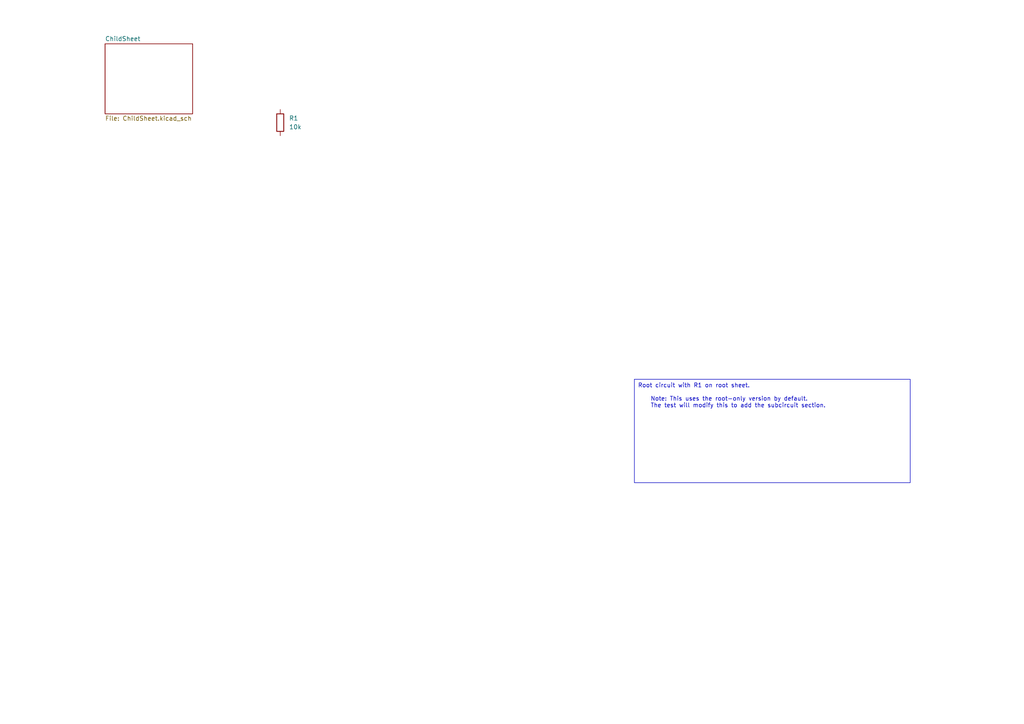
<source format=kicad_sch>
(kicad_sch (version 20250114) (generator "circuit_synth") (generator_version "0.8.36")
  (paper "A4")
  (title_block (title "hierarchical_circuit"))
  (lib_symbols
    (symbol "Device:R" (pin_numbers (hide yes)) (pin_names (offset 0))
      (property "Reference" "R" (at 2.032 0 90))
      (property "Value" "R" (at 0 0 90))
      (symbol "R_0_1"
        (rectangle (start -1.016 -2.54) (end 1.016 2.54) (stroke (width 0.254)))
      )
      (symbol "R_1_1"
        (pin passive line (at 0 3.81 270) (length 1.27) (name "~") (number "1"))
        (pin passive line (at 0 -3.81 90) (length 1.27) (name "~") (number "2"))
      )
    )
  )
  (symbol (lib_id "Device:R") (at 81.28 35.56 0) (unit 1)
    (property "Reference" "R1" (at 83.82 34.2899 0) (effects (justify left)))
    (property "Value" "10k" (at 83.82 36.8299 0) (effects (justify left)))
    (property "Footprint" "Resistor_SMD:R_0603_1608Metric" (effects (hide yes)))
    (property "hierarchy_path" "/d29c9cda-a36a-4297-b6a9-413542b07e51" (effects (hide yes)))
    (property "project_name" "hierarchical_circuit" (effects (hide yes)))
    (property "root_uuid" "d29c9cda-a36a-4297-b6a9-413542b07e51" (effects (hide yes)))
  )
  (text_box "Root circuit with R1 on root sheet.\n\n    Note: This uses the root-only version by default.\n    The test will modify this to add the subcircuit section." (at 184 110 0) (size 80 30) (margins 1 1 1 1) (effects (font (size 1.2 1.2)) (justify left top)))
  (sheet (at 30.48 12.7) (size 25.4 20.32) (stroke (width 0.1524))
    (property "Sheetname" "ChildSheet" (at 30.48 11.9884 0) (effects (justify left bottom)))
    (property "Sheetfile" "ChildSheet.kicad_sch" (at 30.48 33.6046 0) (effects (justify left top)))
  )
)
</source>
